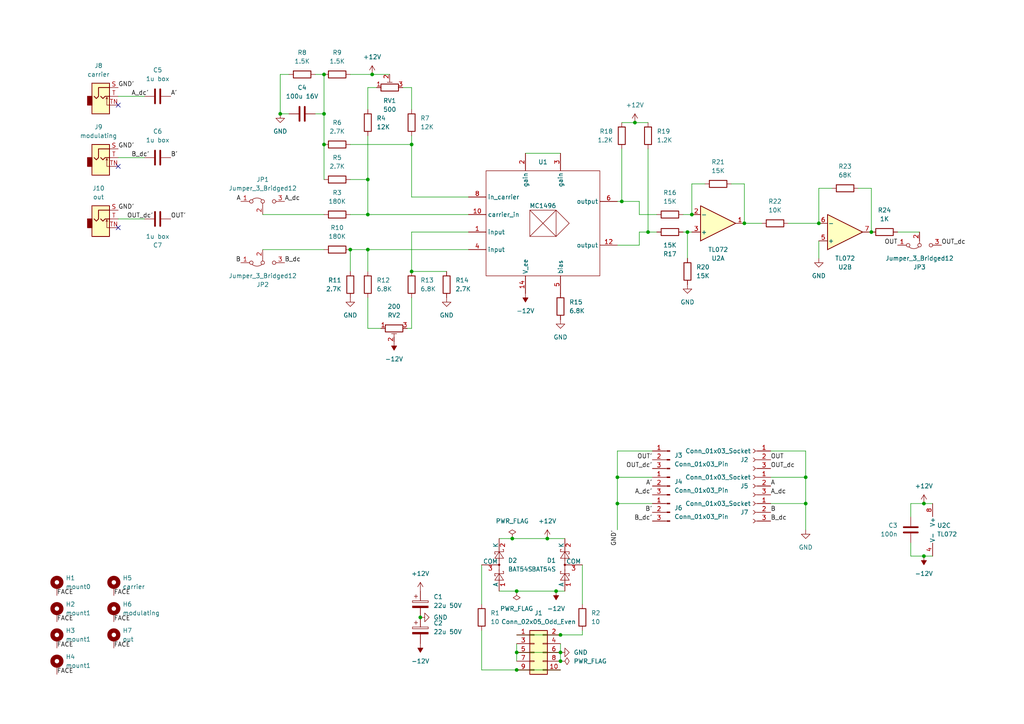
<source format=kicad_sch>
(kicad_sch (version 20230121) (generator eeschema)
  (paper "A4")
  (lib_symbols
    (symbol "Amplifier_Operational:TL072" (pin_names (offset 0.127))
      (property "Reference" "U" (at 0 5.08 0))
      (property "Value" "TL072" (at 0 -5.08 0))
      (symbol "TL072_1_1"
        (polyline (pts (xy -5.08 5.08) (xy 5.08 0) (xy -5.08 -5.08) (xy -5.08 5.08)) (stroke (width 0.254)) (fill (type background)))
        (pin output line (at 7.62 0 180) (length 2.54) (name "~") (number "1"))
        (pin input line (at -7.62 -2.54 0) (length 2.54) (name "-") (number "2"))
        (pin input line (at -7.62 2.54 0) (length 2.54) (name "+") (number "3"))
      )
      (symbol "TL072_2_1"
        (polyline (pts (xy -5.08 5.08) (xy 5.08 0) (xy -5.08 -5.08) (xy -5.08 5.08)) (stroke (width 0.254)) (fill (type background)))
        (pin input line (at -7.62 2.54 0) (length 2.54) (name "+") (number "5"))
        (pin input line (at -7.62 -2.54 0) (length 2.54) (name "-") (number "6"))
        (pin output line (at 7.62 0 180) (length 2.54) (name "~") (number "7"))
      )
      (symbol "TL072_3_1"
        (pin power_in line (at -2.54 -7.62 90) (length 3.81) (name "V-") (number "4"))
        (pin power_in line (at -2.54 7.62 270) (length 3.81) (name "V+") (number "8"))
      )
    )
    (symbol "Connector:Conn_01x03_Pin" (pin_names (offset 1.016) hide)
      (property "Reference" "J" (at 0 5.08 0))
      (property "Value" "Conn_01x03_Pin" (at 0 -5.08 0))
      (symbol "Conn_01x03_Pin_1_1"
        (polyline (pts (xy 1.27 -2.54) (xy 0.8636 -2.54)) (stroke (width 0.1524)))
        (polyline (pts (xy 1.27 0) (xy 0.8636 0)) (stroke (width 0.1524)))
        (polyline (pts (xy 1.27 2.54) (xy 0.8636 2.54)) (stroke (width 0.1524)))
        (rectangle (start 0.8636 -2.413) (end 0 -2.667) (stroke (width 0.1524)) (fill (type outline)))
        (rectangle (start 0.8636 0.127) (end 0 -0.127) (stroke (width 0.1524)) (fill (type outline)))
        (rectangle (start 0.8636 2.667) (end 0 2.413) (stroke (width 0.1524)) (fill (type outline)))
        (pin passive line (at 5.08 2.54 180) (length 3.81) (name "Pin_1") (number "1"))
        (pin passive line (at 5.08 0 180) (length 3.81) (name "Pin_2") (number "2"))
        (pin passive line (at 5.08 -2.54 180) (length 3.81) (name "Pin_3") (number "3"))
      )
    )
    (symbol "Connector:Conn_01x03_Socket" (pin_names (offset 1.016) hide)
      (property "Reference" "J" (at 0 5.08 0))
      (property "Value" "Conn_01x03_Socket" (at 0 -5.08 0))
      (symbol "Conn_01x03_Socket_1_1"
        (arc (start 0 -2.032) (mid -0.5058 -2.54) (end 0 -3.048) (stroke (width 0.1524)))
        (polyline (pts (xy -1.27 -2.54) (xy -0.508 -2.54)) (stroke (width 0.1524)))
        (polyline (pts (xy -1.27 0) (xy -0.508 0)) (stroke (width 0.1524)))
        (polyline (pts (xy -1.27 2.54) (xy -0.508 2.54)) (stroke (width 0.1524)))
        (arc (start 0 0.508) (mid -0.5058 0) (end 0 -0.508) (stroke (width 0.1524)))
        (arc (start 0 3.048) (mid -0.5058 2.54) (end 0 2.032) (stroke (width 0.1524)))
        (pin passive line (at -5.08 2.54 0) (length 3.81) (name "Pin_1") (number "1"))
        (pin passive line (at -5.08 0 0) (length 3.81) (name "Pin_2") (number "2"))
        (pin passive line (at -5.08 -2.54 0) (length 3.81) (name "Pin_3") (number "3"))
      )
    )
    (symbol "Device:C" (pin_numbers hide) (pin_names (offset 0.254))
      (property "Reference" "C" (at 0.635 2.54 0))
      (property "Value" "C" (at 0.635 -2.54 0))
      (symbol "C_0_1"
        (polyline (pts (xy -2.032 -0.762) (xy 2.032 -0.762)) (stroke (width 0.508)))
        (polyline (pts (xy -2.032 0.762) (xy 2.032 0.762)) (stroke (width 0.508)))
      )
      (symbol "C_1_1"
        (pin passive line (at 0 3.81 270) (length 2.794) (name "~") (number "1"))
        (pin passive line (at 0 -3.81 90) (length 2.794) (name "~") (number "2"))
      )
    )
    (symbol "Device:C_Polarized" (pin_numbers hide) (pin_names (offset 0.254))
      (property "Reference" "C" (at 0.635 2.54 0))
      (property "Value" "C_Polarized" (at 0.635 -2.54 0))
      (symbol "C_Polarized_0_1"
        (rectangle (start -2.286 0.508) (end 2.286 1.016))
        (polyline (pts (xy -1.778 2.286) (xy -0.762 2.286)))
        (polyline (pts (xy -1.27 2.794) (xy -1.27 1.778)))
        (rectangle (start 2.286 -0.508) (end -2.286 -1.016) (fill (type outline)))
      )
      (symbol "C_Polarized_1_1"
        (pin passive line (at 0 3.81 270) (length 2.794) (name "~") (number "1"))
        (pin passive line (at 0 -3.81 90) (length 2.794) (name "~") (number "2"))
      )
    )
    (symbol "Device:R" (pin_numbers hide) (pin_names (offset 0))
      (property "Reference" "R" (at 2.032 0 90))
      (property "Value" "R" (at 0 0 90))
      (symbol "R_0_1"
        (rectangle (start -1.016 -2.54) (end 1.016 2.54) (stroke (width 0.254)))
      )
      (symbol "R_1_1"
        (pin passive line (at 0 3.81 270) (length 1.27) (name "~") (number "1"))
        (pin passive line (at 0 -3.81 90) (length 1.27) (name "~") (number "2"))
      )
    )
    (symbol "Device:R_Potentiometer_Trim" (pin_names (offset 1.016) hide)
      (property "Reference" "RV" (at -4.445 0 90))
      (property "Value" "R_Potentiometer_Trim" (at -2.54 0 90))
      (symbol "R_Potentiometer_Trim_0_1"
        (polyline (pts (xy 1.524 0.762) (xy 1.524 -0.762)))
        (polyline (pts (xy 2.54 0) (xy 1.524 0)))
        (rectangle (start 1.016 2.54) (end -1.016 -2.54) (stroke (width 0.254)))
      )
      (symbol "R_Potentiometer_Trim_1_1"
        (pin passive line (at 0 3.81 270) (length 1.27) (name "1") (number "1"))
        (pin passive line (at 3.81 0 180) (length 1.27) (name "2") (number "2"))
        (pin passive line (at 0 -3.81 90) (length 1.27) (name "3") (number "3"))
      )
    )
    (symbol "Eurorack:AudioJack2_SwitchT"
      (property "Reference" "J" (at 0 8.89 0))
      (property "Value" "AudioJack2_SwitchT" (at 0 6.35 0))
      (symbol "AudioJack2_SwitchT_0_1"
        (rectangle (start -2.54 0) (end -3.81 -2.54) (stroke (width 0.254)) (fill (type outline)))
        (rectangle (start -2.54 3.81) (end 2.54 -5.08) (stroke (width 0.254)) (fill (type background)))
        (polyline (pts (xy 1.778 -0.254) (xy 2.032 -0.762)))
        (polyline (pts (xy 0 0) (xy 0.635 -0.635) (xy 1.27 0) (xy 2.54 0)) (stroke (width 0.254)))
        (polyline (pts (xy 2.54 -2.54) (xy 1.778 -2.54) (xy 1.778 -0.254) (xy 1.524 -0.762)))
        (polyline (pts (xy 2.54 2.54) (xy -0.635 2.54) (xy -0.635 0) (xy -1.27 -0.635) (xy -1.905 0)) (stroke (width 0.254)))
      )
      (symbol "AudioJack2_SwitchT_1_1"
        (pin passive line (at 5.08 2.54 180) (length 2.54) (name "~") (number "S"))
        (pin passive line (at 5.08 0 180) (length 2.54) (name "~") (number "T"))
        (pin passive line (at 5.08 -2.54 180) (length 2.54) (name "~") (number "TN"))
      )
    )
    (symbol "Eurorack:BAT54S" (pin_names (offset 0))
      (property "Reference" "D" (at 2.54 -5.08 0))
      (property "Value" "BAT54S" (at -6.35 3.175 0))
      (symbol "BAT54S_0_1"
        (polyline (pts (xy -3.81 0) (xy -1.27 0)))
        (polyline (pts (xy -3.175 -1.27) (xy -3.175 -1.016)))
        (polyline (pts (xy -2.54 -1.27) (xy -3.175 -1.27)))
        (polyline (pts (xy -2.54 -1.27) (xy -2.54 1.27)))
        (polyline (pts (xy -2.54 1.27) (xy -1.905 1.27)))
        (polyline (pts (xy -1.905 0) (xy 1.905 0)))
        (polyline (pts (xy -1.905 1.27) (xy -1.905 1.016)))
        (polyline (pts (xy 1.27 0) (xy 3.81 0)))
        (polyline (pts (xy 3.175 -1.27) (xy 3.175 -1.016)))
        (polyline (pts (xy 3.81 -1.27) (xy 3.175 -1.27)))
        (polyline (pts (xy 3.81 -1.27) (xy 3.81 1.27)))
        (polyline (pts (xy 3.81 1.27) (xy 4.445 1.27)))
        (polyline (pts (xy 4.445 1.27) (xy 4.445 1.016)))
        (polyline (pts (xy -4.445 1.27) (xy -4.445 -1.27) (xy -2.54 0) (xy -4.445 1.27)))
        (polyline (pts (xy 1.905 1.27) (xy 1.905 -1.27) (xy 3.81 0) (xy 1.905 1.27)))
        (circle (center 0 0) (radius 0.254) (fill (type outline)))
      )
      (symbol "BAT54S_1_1"
        (pin passive line (at -7.62 0 0) (length 3.81) (name "A") (number "1"))
        (pin passive line (at 7.62 0 180) (length 3.81) (name "K") (number "2"))
        (pin passive line (at 0 -5.08 90) (length 5.08) (name "COM") (number "3"))
      )
    )
    (symbol "Eurorack:Conn_02x05_Odd_Even" (pin_names (offset 1.016) hide)
      (property "Reference" "J" (at 1.27 7.62 0))
      (property "Value" "Conn_02x05_Odd_Even" (at 1.27 -7.62 0))
      (symbol "Conn_02x05_Odd_Even_1_1"
        (rectangle (start -1.27 -4.953) (end 0 -5.207) (stroke (width 0.1524)))
        (rectangle (start -1.27 -2.413) (end 0 -2.667) (stroke (width 0.1524)))
        (rectangle (start -1.27 0.127) (end 0 -0.127) (stroke (width 0.1524)))
        (rectangle (start -1.27 2.667) (end 0 2.413) (stroke (width 0.1524)))
        (rectangle (start -1.27 5.207) (end 0 4.953) (stroke (width 0.1524)))
        (rectangle (start -1.27 6.35) (end 3.81 -6.35) (stroke (width 0.254)) (fill (type background)))
        (rectangle (start 3.81 -4.953) (end 2.54 -5.207) (stroke (width 0.1524)))
        (rectangle (start 3.81 -2.413) (end 2.54 -2.667) (stroke (width 0.1524)))
        (rectangle (start 3.81 0.127) (end 2.54 -0.127) (stroke (width 0.1524)))
        (rectangle (start 3.81 2.667) (end 2.54 2.413) (stroke (width 0.1524)))
        (rectangle (start 3.81 5.207) (end 2.54 4.953) (stroke (width 0.1524)))
        (pin passive line (at -5.08 5.08 0) (length 3.81) (name "Pin_1") (number "1"))
        (pin passive line (at 7.62 -5.08 180) (length 3.81) (name "Pin_10") (number "10"))
        (pin passive line (at 7.62 5.08 180) (length 3.81) (name "Pin_2") (number "2"))
        (pin passive line (at -5.08 2.54 0) (length 3.81) (name "Pin_3") (number "3"))
        (pin passive line (at 7.62 2.54 180) (length 3.81) (name "Pin_4") (number "4"))
        (pin passive line (at -5.08 0 0) (length 3.81) (name "Pin_5") (number "5"))
        (pin passive line (at 7.62 0 180) (length 3.81) (name "Pin_6") (number "6"))
        (pin passive line (at -5.08 -2.54 0) (length 3.81) (name "Pin_7") (number "7"))
        (pin passive line (at 7.62 -2.54 180) (length 3.81) (name "Pin_8") (number "8"))
        (pin passive line (at -5.08 -5.08 0) (length 3.81) (name "Pin_9") (number "9"))
      )
    )
    (symbol "Eurorack:MC1496"
      (property "Reference" "U" (at 0 8.89 0))
      (property "Value" "MC1496" (at 0 6.35 0))
      (symbol "MC1496_0_1"
        (rectangle (start -16.51 15.24) (end 16.51 -15.24))
        (rectangle (start -3.81 3.81) (end 3.81 -3.81))
        (polyline (pts (xy -3.81 3.81) (xy 3.81 -3.81)))
        (polyline (pts (xy 3.81 -3.81) (xy 7.62 0)))
        (polyline (pts (xy 3.81 3.81) (xy -3.81 -3.81)))
        (polyline (pts (xy 3.81 3.81) (xy 7.62 0)))
      )
      (symbol "MC1496_1_1"
        (pin input line (at -21.59 -2.54 0) (length 5.08) (name "input") (number "1"))
        (pin input line (at -21.59 2.54 0) (length 5.08) (name "carrier_in") (number "10"))
        (pin no_connect line (at 0 -15.24 90) (length 5.08) hide (name "n/c") (number "11"))
        (pin output line (at 21.59 -6.35 180) (length 5.08) (name "output") (number "12"))
        (pin no_connect line (at 0 -15.24 90) (length 5.08) hide (name "n/c") (number "13"))
        (pin power_in line (at -5.08 -20.32 90) (length 5.08) (name "V_ee") (number "14"))
        (pin input line (at -5.08 20.32 270) (length 5.08) (name "gain") (number "2"))
        (pin input line (at 5.08 20.32 270) (length 5.08) (name "gain") (number "3"))
        (pin input line (at -21.59 -7.62 0) (length 5.08) (name "input") (number "4"))
        (pin input line (at 5.08 -20.32 90) (length 5.08) (name "bias") (number "5"))
        (pin output line (at 21.59 6.35 180) (length 5.08) (name "output") (number "6"))
        (pin no_connect line (at 0 -15.24 90) (length 5.08) hide (name "n/c") (number "7"))
        (pin input line (at -21.59 7.62 0) (length 5.08) (name "in_carrier") (number "8"))
        (pin no_connect line (at 0 -15.24 90) (length 5.08) hide (name "n/c") (number "9"))
      )
    )
    (symbol "Eurorack:MountingHole_Pad_Output" (pin_numbers hide) (pin_names (offset 1.016) hide) (in_bom no)
      (property "Reference" "H" (at 0 6.35 0))
      (property "Value" "MountingHole_Pad_Output" (at 0 4.445 0))
      (symbol "MountingHole_Pad_Output_0_1"
        (circle (center 0 1.27) (radius 1.27) (stroke (width 1.27)))
      )
      (symbol "MountingHole_Pad_Output_1_1"
        (pin output line (at 0 -2.54 90) (length 2.54) (name "1") (number "1"))
      )
    )
    (symbol "Jumper:Jumper_3_Bridged12" (pin_names (offset 0) hide)
      (property "Reference" "JP" (at -2.54 -2.54 0))
      (property "Value" "Jumper_3_Bridged12" (at 0 2.794 0))
      (symbol "Jumper_3_Bridged12_0_0"
        (circle (center -3.302 0) (radius 0.508))
        (circle (center 0 0) (radius 0.508))
        (circle (center 3.302 0) (radius 0.508))
      )
      (symbol "Jumper_3_Bridged12_0_1"
        (arc (start -0.254 0.508) (mid -1.651 0.9912) (end -3.048 0.508))
        (polyline (pts (xy 0 -1.27) (xy 0 -0.508)))
      )
      (symbol "Jumper_3_Bridged12_1_1"
        (pin passive line (at -6.35 0 0) (length 2.54) (name "A") (number "1"))
        (pin passive line (at 0 -3.81 90) (length 2.54) (name "C") (number "2"))
        (pin passive line (at 6.35 0 180) (length 2.54) (name "B") (number "3"))
      )
    )
    (symbol "Mechanical:MountingHole_Pad" (pin_numbers hide) (pin_names (offset 1.016) hide)
      (property "Reference" "H" (at 0 6.35 0))
      (property "Value" "MountingHole_Pad" (at 0 4.445 0))
      (symbol "MountingHole_Pad_0_1"
        (circle (center 0 1.27) (radius 1.27) (stroke (width 1.27)))
      )
      (symbol "MountingHole_Pad_1_1"
        (pin input line (at 0 -2.54 90) (length 2.54) (name "1") (number "1"))
      )
    )
    (symbol "power:+12V" (power) (pin_names (offset 0))
      (property "Value" "+12V" (at 0 3.556 0))
      (symbol "+12V_0_1"
        (polyline (pts (xy -0.762 1.27) (xy 0 2.54)))
        (polyline (pts (xy 0 0) (xy 0 2.54)))
        (polyline (pts (xy 0 2.54) (xy 0.762 1.27)))
      )
      (symbol "+12V_1_1"
        (pin power_in line (at 0 0 90) (length 0) hide (name "+12V") (number "1"))
      )
    )
    (symbol "power:-12V" (power) (pin_names (offset 0))
      (property "Value" "-12V" (at 0 3.81 0))
      (symbol "-12V_0_0"
        (pin power_in line (at 0 0 90) (length 0) hide (name "-12V") (number "1"))
      )
      (symbol "-12V_0_1"
        (polyline (pts (xy 0 0) (xy 0 1.27) (xy 0.762 1.27) (xy 0 2.54) (xy -0.762 1.27) (xy 0 1.27)) (fill (type outline)))
      )
    )
    (symbol "power:GND" (power) (pin_names (offset 0))
      (property "Value" "GND" (at 0 -3.81 0))
      (symbol "GND_0_1"
        (polyline (pts (xy 0 0) (xy 0 -1.27) (xy 1.27 -1.27) (xy 0 -2.54) (xy -1.27 -1.27) (xy 0 -1.27)))
      )
      (symbol "GND_1_1"
        (pin power_in line (at 0 0 270) (length 0) hide (name "GND") (number "1"))
      )
    )
    (symbol "power:PWR_FLAG" (power) (pin_numbers hide) (pin_names (offset 0) hide)
      (property "Value" "PWR_FLAG" (at 0 3.81 0))
      (symbol "PWR_FLAG_0_0"
        (pin power_out line (at 0 0 90) (length 0) (name "pwr") (number "1"))
      )
      (symbol "PWR_FLAG_0_1"
        (polyline (pts (xy 0 0) (xy 0 1.27) (xy -1.016 1.905) (xy 0 2.54) (xy 1.016 1.905) (xy 0 1.27)))
      )
    )
  )
  (junction (at 149.86 171.45))
  (junction (at 93.98 21.59))
  (junction (at 267.97 146.05))
  (junction (at 200.66 62.23))
  (junction (at 237.49 64.77))
  (junction (at 93.98 33.02))
  (junction (at 149.86 194.31))
  (junction (at 180.34 58.42))
  (junction (at 148.59 156.21))
  (junction (at 187.96 67.31))
  (junction (at 101.6 72.39))
  (junction (at 119.38 78.74))
  (junction (at 106.68 52.07))
  (junction (at 93.98 41.91))
  (junction (at 233.68 146.05))
  (junction (at 162.56 191.77))
  (junction (at 149.86 189.23))
  (junction (at 107.95 21.59))
  (junction (at 81.28 33.02))
  (junction (at 161.29 171.45))
  (junction (at 121.92 179.07))
  (junction (at 106.68 62.23))
  (junction (at 106.68 72.39))
  (junction (at 233.68 138.43))
  (junction (at 199.39 67.31))
  (junction (at 158.75 156.21))
  (junction (at 179.07 146.05))
  (junction (at 267.97 161.29))
  (junction (at 215.9 64.77))
  (junction (at 119.38 41.91))
  (junction (at 184.15 35.56))
  (junction (at 179.07 138.43))
  (junction (at 162.56 184.15))
  (junction (at 162.56 189.23))
  (junction (at 252.73 67.31))
  (no_connect (at 34.29 48.26))
  (no_connect (at 34.29 66.04))
  (no_connect (at 34.29 30.48))
  (wire (pts (xy 233.68 130.81) (xy 233.68 138.43)))
  (wire (pts (xy 76.2 72.39) (xy 93.98 72.39)))
  (wire (pts (xy 41.91 63.5) (xy 34.29 63.5)))
  (wire (pts (xy 81.28 21.59) (xy 81.28 33.02)))
  (wire (pts (xy 144.78 156.21) (xy 148.59 156.21)))
  (wire (pts (xy 233.68 146.05) (xy 233.68 153.67)))
  (wire (pts (xy 185.42 67.31) (xy 185.42 71.12)))
  (wire (pts (xy 148.59 156.21) (xy 158.75 156.21)))
  (wire (pts (xy 119.38 25.4) (xy 119.38 31.75)))
  (wire (pts (xy 101.6 52.07) (xy 106.68 52.07)))
  (wire (pts (xy 168.91 184.15) (xy 168.91 182.88)))
  (wire (pts (xy 91.44 33.02) (xy 93.98 33.02)))
  (wire (pts (xy 149.86 189.23) (xy 162.56 189.23)))
  (wire (pts (xy 119.38 57.15) (xy 135.89 57.15)))
  (wire (pts (xy 101.6 62.23) (xy 106.68 62.23)))
  (wire (pts (xy 179.07 130.81) (xy 179.07 138.43)))
  (wire (pts (xy 179.07 146.05) (xy 189.23 146.05)))
  (wire (pts (xy 119.38 95.25) (xy 119.38 86.36)))
  (wire (pts (xy 190.5 62.23) (xy 185.42 62.23)))
  (wire (pts (xy 144.78 171.45) (xy 149.86 171.45)))
  (wire (pts (xy 264.16 146.05) (xy 267.97 146.05)))
  (wire (pts (xy 76.2 62.23) (xy 93.98 62.23)))
  (wire (pts (xy 149.86 186.69) (xy 149.86 189.23)))
  (wire (pts (xy 118.11 95.25) (xy 119.38 95.25)))
  (wire (pts (xy 109.22 25.4) (xy 106.68 25.4)))
  (wire (pts (xy 106.68 72.39) (xy 135.89 72.39)))
  (wire (pts (xy 185.42 58.42) (xy 180.34 58.42)))
  (wire (pts (xy 223.52 138.43) (xy 233.68 138.43)))
  (wire (pts (xy 116.84 25.4) (xy 119.38 25.4)))
  (wire (pts (xy 119.38 78.74) (xy 129.54 78.74)))
  (wire (pts (xy 223.52 130.81) (xy 233.68 130.81)))
  (wire (pts (xy 233.68 138.43) (xy 233.68 146.05)))
  (wire (pts (xy 93.98 41.91) (xy 93.98 52.07)))
  (wire (pts (xy 106.68 39.37) (xy 106.68 52.07)))
  (wire (pts (xy 110.49 95.25) (xy 106.68 95.25)))
  (wire (pts (xy 204.47 53.34) (xy 200.66 53.34)))
  (wire (pts (xy 237.49 54.61) (xy 237.49 64.77)))
  (wire (pts (xy 223.52 146.05) (xy 233.68 146.05)))
  (wire (pts (xy 101.6 41.91) (xy 119.38 41.91)))
  (wire (pts (xy 212.09 53.34) (xy 215.9 53.34)))
  (wire (pts (xy 199.39 74.93) (xy 199.39 67.31)))
  (wire (pts (xy 260.35 67.31) (xy 266.7 67.31)))
  (wire (pts (xy 119.38 39.37) (xy 119.38 41.91)))
  (wire (pts (xy 162.56 189.23) (xy 162.56 191.77)))
  (wire (pts (xy 215.9 53.34) (xy 215.9 64.77)))
  (wire (pts (xy 149.86 184.15) (xy 162.56 184.15)))
  (wire (pts (xy 41.91 27.94) (xy 34.29 27.94)))
  (wire (pts (xy 152.4 44.45) (xy 162.56 44.45)))
  (wire (pts (xy 41.91 45.72) (xy 34.29 45.72)))
  (wire (pts (xy 199.39 67.31) (xy 198.12 67.31)))
  (wire (pts (xy 187.96 67.31) (xy 185.42 67.31)))
  (wire (pts (xy 149.86 171.45) (xy 161.29 171.45)))
  (wire (pts (xy 264.16 157.48) (xy 264.16 161.29)))
  (wire (pts (xy 106.68 52.07) (xy 106.68 62.23)))
  (wire (pts (xy 190.5 67.31) (xy 187.96 67.31)))
  (wire (pts (xy 264.16 149.86) (xy 264.16 146.05)))
  (wire (pts (xy 200.66 53.34) (xy 200.66 62.23)))
  (wire (pts (xy 237.49 69.85) (xy 237.49 74.93)))
  (wire (pts (xy 119.38 67.31) (xy 119.38 78.74)))
  (wire (pts (xy 162.56 186.69) (xy 162.56 189.23)))
  (wire (pts (xy 161.29 171.45) (xy 163.83 171.45)))
  (wire (pts (xy 267.97 146.05) (xy 270.51 146.05)))
  (wire (pts (xy 83.82 21.59) (xy 81.28 21.59)))
  (wire (pts (xy 241.3 54.61) (xy 237.49 54.61)))
  (wire (pts (xy 106.68 95.25) (xy 106.68 86.36)))
  (wire (pts (xy 180.34 35.56) (xy 184.15 35.56)))
  (wire (pts (xy 139.7 194.31) (xy 139.7 182.88)))
  (wire (pts (xy 106.68 25.4) (xy 106.68 31.75)))
  (wire (pts (xy 248.92 54.61) (xy 252.73 54.61)))
  (wire (pts (xy 93.98 33.02) (xy 93.98 41.91)))
  (wire (pts (xy 252.73 54.61) (xy 252.73 67.31)))
  (wire (pts (xy 162.56 184.15) (xy 168.91 184.15)))
  (wire (pts (xy 149.86 194.31) (xy 139.7 194.31)))
  (wire (pts (xy 135.89 67.31) (xy 119.38 67.31)))
  (wire (pts (xy 139.7 163.83) (xy 139.7 175.26)))
  (wire (pts (xy 179.07 71.12) (xy 185.42 71.12)))
  (wire (pts (xy 101.6 72.39) (xy 101.6 78.74)))
  (wire (pts (xy 179.07 138.43) (xy 189.23 138.43)))
  (wire (pts (xy 106.68 62.23) (xy 135.89 62.23)))
  (wire (pts (xy 119.38 41.91) (xy 119.38 57.15)))
  (wire (pts (xy 184.15 35.56) (xy 187.96 35.56)))
  (wire (pts (xy 101.6 21.59) (xy 107.95 21.59)))
  (wire (pts (xy 220.98 64.77) (xy 215.9 64.77)))
  (wire (pts (xy 93.98 21.59) (xy 93.98 33.02)))
  (wire (pts (xy 179.07 146.05) (xy 179.07 153.67)))
  (wire (pts (xy 162.56 194.31) (xy 149.86 194.31)))
  (wire (pts (xy 91.44 21.59) (xy 93.98 21.59)))
  (wire (pts (xy 180.34 43.18) (xy 180.34 58.42)))
  (wire (pts (xy 264.16 161.29) (xy 267.97 161.29)))
  (wire (pts (xy 101.6 72.39) (xy 106.68 72.39)))
  (wire (pts (xy 179.07 138.43) (xy 179.07 146.05)))
  (wire (pts (xy 200.66 62.23) (xy 198.12 62.23)))
  (wire (pts (xy 149.86 189.23) (xy 149.86 191.77)))
  (wire (pts (xy 81.28 33.02) (xy 83.82 33.02)))
  (wire (pts (xy 187.96 43.18) (xy 187.96 67.31)))
  (wire (pts (xy 168.91 163.83) (xy 168.91 175.26)))
  (wire (pts (xy 158.75 156.21) (xy 163.83 156.21)))
  (wire (pts (xy 107.95 21.59) (xy 113.03 21.59)))
  (wire (pts (xy 189.23 130.81) (xy 179.07 130.81)))
  (wire (pts (xy 267.97 161.29) (xy 270.51 161.29)))
  (wire (pts (xy 200.66 67.31) (xy 199.39 67.31)))
  (wire (pts (xy 106.68 72.39) (xy 106.68 78.74)))
  (wire (pts (xy 180.34 58.42) (xy 179.07 58.42)))
  (wire (pts (xy 185.42 62.23) (xy 185.42 58.42)))
  (wire (pts (xy 228.6 64.77) (xy 237.49 64.77)))
  (label "FACE" (at 33.02 172.72 0))
  (label "A'" (at 49.53 27.94 0))
  (label "B_dc" (at 223.52 151.13 0))
  (label "FACE" (at 16.51 195.58 0))
  (label "OUT_dc" (at 273.05 71.12 0))
  (label "OUT" (at 223.52 133.35 0))
  (label "OUT'" (at 189.23 133.35 180))
  (label "FACE" (at 33.02 180.34 0))
  (label "OUT" (at 260.35 71.12 180))
  (label "OUT_dc'" (at 189.23 135.89 180))
  (label "A" (at 223.52 140.97 0))
  (label "GND'" (at 34.29 60.96 0))
  (label "GND'" (at 179.07 153.67 270))
  (label "OUT'" (at 49.53 63.5 0))
  (label "GND'" (at 34.29 43.18 0))
  (label "OUT_dc'" (at 36.83 63.5 0))
  (label "A_dc'" (at 38.1 27.94 0))
  (label "FACE" (at 16.51 172.72 0))
  (label "B_dc'" (at 38.1 45.72 0))
  (label "FACE" (at 16.51 187.96 0))
  (label "A_dc" (at 223.52 143.51 0))
  (label "A_dc'" (at 189.23 143.51 180))
  (label "OUT_dc" (at 223.52 135.89 0))
  (label "B_dc'" (at 189.23 151.13 180))
  (label "A'" (at 189.23 140.97 180))
  (label "B'" (at 49.53 45.72 0))
  (label "A_dc" (at 82.55 58.42 0))
  (label "B" (at 69.85 76.2 180))
  (label "GND'" (at 34.29 25.4 0))
  (label "B" (at 223.52 148.59 0))
  (label "B'" (at 189.23 148.59 180))
  (label "FACE" (at 16.51 180.34 0))
  (label "B_dc" (at 82.55 76.2 0))
  (label "FACE" (at 33.02 187.96 0))
  (label "A" (at 69.85 58.42 180))
  (symbol (lib_id "power:-12V") (at 161.29 171.45 180) (unit 1)
    (property "Reference" "#PWR05" (effects hide))
    (property "Value" "-12V" (at 161.29 176.53 0))
  )
  (symbol (lib_id "power:GND") (at 233.68 153.67 0) (unit 1)
    (property "Reference" "#PWR07" (effects hide))
    (property "Value" "GND" (at 233.68 158.75 0))
  )
  (symbol (lib_id "Device:R") (at 224.79 64.77 90) (unit 1)
    (property "Reference" "R22" (at 224.79 58.42 90))
    (property "Value" "10K" (at 224.79 60.96 90))
    (property "Footprint" "Resistor_SMD:R_0805_2012Metric" (effects hide))
  )
  (symbol (lib_id "power:+12V") (at 267.97 146.05 0) (unit 1)
    (property "Reference" "#PWR010" (effects hide))
    (property "Value" "+12V" (at 267.97 140.97 0))
  )
  (symbol (lib_id "Amplifier_Operational:TL072") (at 245.11 67.31 0) (mirror x) (unit 2)
    (property "Reference" "U2" (at 245.11 77.47 0))
    (property "Value" "TL072" (at 245.11 74.93 0))
    (property "Footprint" "Package_SO:SOIC-8_3.9x4.9mm_P1.27mm" (effects hide))
    (property "Datasheet" "http://www.ti.com/lit/ds/symlink/tl071.pdf" (effects hide))
  )
  (symbol (lib_id "Device:R") (at 97.79 72.39 90) (unit 1)
    (property "Reference" "R10" (at 97.79 66.04 90))
    (property "Value" "180K" (at 97.79 68.58 90))
    (property "Footprint" "Resistor_SMD:R_0805_2012Metric" (effects hide))
  )
  (symbol (lib_id "power:GND") (at 199.39 82.55 0) (unit 1)
    (property "Reference" "#PWR020" (effects hide))
    (property "Value" "GND" (at 199.39 87.63 0))
  )
  (symbol (lib_id "Device:R_Potentiometer_Trim") (at 114.3 95.25 90) (mirror x) (unit 1)
    (property "Reference" "RV2" (at 114.3 91.44 90))
    (property "Value" "200" (at 114.3 88.9 90))
    (property "Footprint" "Potentiometer_THT:Potentiometer_Bourns_3296W_Vertical" (effects hide))
  )
  (symbol (lib_id "power:GND") (at 162.56 92.71 0) (unit 1)
    (property "Reference" "#PWR017" (effects hide))
    (property "Value" "GND" (at 162.56 97.79 0))
  )
  (symbol (lib_id "Device:R") (at 194.31 62.23 270) (unit 1)
    (property "Reference" "R16" (at 194.31 55.88 90))
    (property "Value" "15K" (at 194.31 58.42 90))
    (property "Footprint" "Resistor_SMD:R_0805_2012Metric" (effects hide))
  )
  (symbol (lib_id "power:-12V") (at 267.97 161.29 180) (unit 1)
    (property "Reference" "#PWR011" (effects hide))
    (property "Value" "-12V" (at 267.97 166.37 0))
  )
  (symbol (lib_id "Eurorack:AudioJack2_SwitchT") (at 29.21 27.94 0) (unit 1)
    (property "Reference" "J8" (at 28.575 19.05 0))
    (property "Value" "carrier" (at 28.575 21.59 0))
    (property "Footprint" "Eurorack:AudioJack2_Tayda_A-2566" (effects hide))
    (property "Vendor" "Tayda" (effects hide))
    (property "PartNum" "A-2566" (effects hide))
  )
  (symbol (lib_id "Device:R") (at 106.68 82.55 180) (unit 1)
    (property "Reference" "R12" (at 109.22 81.28 0) (effects (justify right)))
    (property "Value" "6.8K" (at 109.22 83.82 0) (effects (justify right)))
    (property "Footprint" "Resistor_SMD:R_0805_2012Metric" (effects hide))
  )
  (symbol (lib_id "Device:R") (at 97.79 21.59 270) (unit 1)
    (property "Reference" "R9" (at 97.79 15.24 90))
    (property "Value" "1.5K" (at 97.79 17.78 90))
    (property "Footprint" "Resistor_SMD:R_0805_2012Metric" (effects hide))
  )
  (symbol (lib_id "Jumper:Jumper_3_Bridged12") (at 266.7 71.12 0) (mirror x) (unit 1)
    (property "Reference" "JP3" (at 266.7 77.47 0))
    (property "Value" "Jumper_3_Bridged12" (at 266.7 74.93 0))
    (property "Footprint" "Connector_PinHeader_2.54mm:PinHeader_1x03_P2.54mm_Vertical" (effects hide))
  )
  (symbol (lib_id "power:+12V") (at 184.15 35.56 0) (unit 1)
    (property "Reference" "#PWR018" (effects hide))
    (property "Value" "+12V" (at 184.15 30.48 0))
  )
  (symbol (lib_id "Device:C") (at 87.63 33.02 90) (unit 1)
    (property "Reference" "C4" (at 87.63 25.4 90))
    (property "Value" "100u 16V" (at 87.63 27.94 90))
    (property "Footprint" "Capacitor_THT:CP_Radial_D5.0mm_P2.50mm" (effects hide))
  )
  (symbol (lib_id "power:GND") (at 81.28 33.02 0) (unit 1)
    (property "Reference" "#PWR012" (effects hide))
    (property "Value" "GND" (at 81.28 38.1 0))
  )
  (symbol (lib_id "Eurorack:AudioJack2_SwitchT") (at 29.21 45.72 0) (unit 1)
    (property "Reference" "J9" (at 28.575 36.83 0))
    (property "Value" "modulating" (at 28.575 39.37 0))
    (property "Footprint" "Eurorack:AudioJack2_Tayda_A-2566" (effects hide))
    (property "Vendor" "Tayda" (effects hide))
    (property "PartNum" "A-2566" (effects hide))
  )
  (symbol (lib_id "Device:R") (at 101.6 82.55 0) (mirror x) (unit 1)
    (property "Reference" "R11" (at 99.06 81.28 0) (effects (justify right)))
    (property "Value" "2.7K" (at 99.06 83.82 0) (effects (justify right)))
    (property "Footprint" "Resistor_SMD:R_0805_2012Metric" (effects hide))
  )
  (symbol (lib_id "Device:R") (at 87.63 21.59 270) (unit 1)
    (property "Reference" "R8" (at 87.63 15.24 90))
    (property "Value" "1.5K" (at 87.63 17.78 90))
    (property "Footprint" "Resistor_SMD:R_0805_2012Metric" (effects hide))
  )
  (symbol (lib_id "Connector:Conn_01x03_Socket") (at 218.44 140.97 0) (mirror y) (unit 1)
    (property "Reference" "J5" (at 215.9 140.97 0))
    (property "Value" "Conn_01x03_Socket" (at 208.28 138.43 0))
    (property "Footprint" "Connector_PinSocket_2.54mm:PinSocket_1x03_P2.54mm_Vertical" (effects hide))
  )
  (symbol (lib_id "Connector:Conn_01x03_Socket") (at 218.44 148.59 0) (mirror y) (unit 1)
    (property "Reference" "J7" (at 215.9 148.59 0))
    (property "Value" "Conn_01x03_Socket" (at 208.28 146.05 0))
    (property "Footprint" "Connector_PinSocket_2.54mm:PinSocket_1x03_P2.54mm_Vertical" (effects hide))
  )
  (symbol (lib_id "Device:R") (at 187.96 39.37 0) (unit 1)
    (property "Reference" "R19" (at 190.5 38.1 0) (effects (justify left)))
    (property "Value" "1.2K" (at 190.5 40.64 0) (effects (justify left)))
    (property "Footprint" "Resistor_SMD:R_0805_2012Metric" (effects hide))
  )
  (symbol (lib_id "Eurorack:MountingHole_Pad_Output") (at 16.51 170.18 0) (unit 1) (in_bom no)
    (property "Reference" "H1" (at 19.05 167.64 0) (effects (justify left)))
    (property "Value" "mount0" (at 19.05 170.18 0) (effects (justify left)))
    (property "Footprint" "Eurorack:Mech-MountingHole" (effects hide))
  )
  (symbol (lib_id "Device:R") (at 256.54 67.31 90) (unit 1)
    (property "Reference" "R24" (at 256.54 60.96 90))
    (property "Value" "1K" (at 256.54 63.5 90))
    (property "Footprint" "Resistor_SMD:R_0805_2012Metric" (effects hide))
  )
  (symbol (lib_id "Connector:Conn_01x03_Pin") (at 194.31 148.59 0) (mirror y) (unit 1)
    (property "Reference" "J6" (at 195.58 147.32 0) (effects (justify right)))
    (property "Value" "Conn_01x03_Pin" (at 195.58 149.86 0) (effects (justify right)))
    (property "Footprint" "Connector_PinHeader_2.54mm:PinHeader_1x03_P2.54mm_Vertical" (effects hide))
  )
  (symbol (lib_id "Eurorack:BAT54S") (at 163.83 163.83 90) (unit 1)
    (property "Reference" "D1" (at 161.29 162.56 90) (effects (justify left)))
    (property "Value" "BAT54S" (at 161.29 165.1 90) (effects (justify left)))
    (property "Footprint" "Package_TO_SOT_SMD:SOT-23" (effects hide))
    (property "Datasheet" "https://www.diodes.com/assets/Datasheets/ds11005.pdf" (effects hide))
    (property "Vendor" "Mouser" (effects hide))
    (property "PartNum" "863-BAT54SLT1G" (effects hide))
  )
  (symbol (lib_id "Mechanical:MountingHole_Pad") (at 33.02 185.42 0) (unit 1) (in_bom no)
    (property "Reference" "H7" (at 35.56 182.88 0) (effects (justify left)))
    (property "Value" "out" (at 35.56 185.42 0) (effects (justify left)))
    (property "Footprint" "Eurorack:Mech-AudioJack-Hole-Output" (effects hide))
  )
  (symbol (lib_id "Device:C") (at 45.72 27.94 270) (mirror x) (unit 1)
    (property "Reference" "C5" (at 45.72 20.32 90))
    (property "Value" "1u box" (at 45.72 22.86 90))
    (property "Footprint" "Capacitor_THT:C_Rect_L7.2mm_W7.2mm_P5.00mm_FKS2_FKP2_MKS2_MKP2" (effects hide))
  )
  (symbol (lib_id "Device:R") (at 97.79 62.23 90) (unit 1)
    (property "Reference" "R3" (at 97.79 55.88 90))
    (property "Value" "180K" (at 97.79 58.42 90))
    (property "Footprint" "Resistor_SMD:R_0805_2012Metric" (effects hide))
  )
  (symbol (lib_id "Device:R") (at 168.91 179.07 0) (unit 1)
    (property "Reference" "R2" (at 171.45 177.8 0) (effects (justify left)))
    (property "Value" "10" (at 171.45 180.34 0) (effects (justify left)))
    (property "Footprint" "Resistor_SMD:R_0805_2012Metric" (effects hide))
  )
  (symbol (lib_id "Connector:Conn_01x03_Pin") (at 194.31 133.35 0) (mirror y) (unit 1)
    (property "Reference" "J3" (at 195.58 132.08 0) (effects (justify right)))
    (property "Value" "Conn_01x03_Pin" (at 195.58 134.62 0) (effects (justify right)))
    (property "Footprint" "Connector_PinHeader_2.54mm:PinHeader_1x03_P2.54mm_Vertical" (effects hide))
  )
  (symbol (lib_id "Eurorack:BAT54S") (at 144.78 163.83 270) (mirror x) (unit 1)
    (property "Reference" "D2" (at 147.32 162.56 90) (effects (justify left)))
    (property "Value" "BAT54S" (at 147.32 165.1 90) (effects (justify left)))
    (property "Footprint" "Package_TO_SOT_SMD:SOT-23" (effects hide))
    (property "Datasheet" "https://www.diodes.com/assets/Datasheets/ds11005.pdf" (effects hide))
    (property "Vendor" "Mouser" (effects hide))
    (property "PartNum" "863-BAT54SLT1G" (effects hide))
  )
  (symbol (lib_id "Mechanical:MountingHole_Pad") (at 16.51 185.42 0) (unit 1) (in_bom no)
    (property "Reference" "H3" (at 19.05 182.88 0) (effects (justify left)))
    (property "Value" "mount1" (at 19.05 185.42 0) (effects (justify left)))
    (property "Footprint" "Eurorack:Mech-MountingHole" (effects hide))
  )
  (symbol (lib_id "power:PWR_FLAG") (at 148.59 156.21 0) (unit 1)
    (property "Reference" "#FLG03" (effects hide))
    (property "Value" "PWR_FLAG" (at 148.59 151.13 0))
  )
  (symbol (lib_id "power:GND") (at 129.54 86.36 0) (unit 1)
    (property "Reference" "#PWR013" (effects hide))
    (property "Value" "GND" (at 129.54 91.44 0))
  )
  (symbol (lib_id "Mechanical:MountingHole_Pad") (at 33.02 177.8 0) (unit 1) (in_bom no)
    (property "Reference" "H6" (at 35.56 175.26 0) (effects (justify left)))
    (property "Value" "modulating" (at 35.56 177.8 0) (effects (justify left)))
    (property "Footprint" "Eurorack:Mech-AudioJack-Hole-Input" (effects hide))
  )
  (symbol (lib_id "Device:R") (at 245.11 54.61 90) (unit 1)
    (property "Reference" "R23" (at 245.11 48.26 90))
    (property "Value" "68K" (at 245.11 50.8 90))
    (property "Footprint" "Resistor_SMD:R_0805_2012Metric" (effects hide))
  )
  (symbol (lib_id "power:PWR_FLAG") (at 162.56 191.77 270) (unit 1)
    (property "Reference" "#FLG01" (effects hide))
    (property "Value" "PWR_FLAG" (at 166.37 191.77 90) (effects (justify left)))
  )
  (symbol (lib_id "Device:R") (at 97.79 41.91 270) (unit 1)
    (property "Reference" "R6" (at 97.79 35.56 90))
    (property "Value" "2.7K" (at 97.79 38.1 90))
    (property "Footprint" "Resistor_SMD:R_0805_2012Metric" (effects hide))
  )
  (symbol (lib_id "power:GND") (at 101.6 86.36 0) (unit 1)
    (property "Reference" "#PWR014" (effects hide))
    (property "Value" "GND" (at 101.6 91.44 0))
  )
  (symbol (lib_id "Device:R") (at 208.28 53.34 90) (unit 1)
    (property "Reference" "R21" (at 208.28 46.99 90))
    (property "Value" "15K" (at 208.28 49.53 90))
    (property "Footprint" "Resistor_SMD:R_0805_2012Metric" (effects hide))
  )
  (symbol (lib_id "Jumper:Jumper_3_Bridged12") (at 76.2 58.42 0) (unit 1)
    (property "Reference" "JP1" (at 76.2 52.07 0))
    (property "Value" "Jumper_3_Bridged12" (at 76.2 54.61 0))
    (property "Footprint" "Connector_PinHeader_2.54mm:PinHeader_1x03_P2.54mm_Vertical" (effects hide))
  )
  (symbol (lib_id "Device:R") (at 106.68 35.56 180) (unit 1)
    (property "Reference" "R4" (at 109.22 34.29 0) (effects (justify right)))
    (property "Value" "12K" (at 109.22 36.83 0) (effects (justify right)))
    (property "Footprint" "Resistor_SMD:R_0805_2012Metric" (effects hide))
  )
  (symbol (lib_id "power:GND") (at 121.92 179.07 90) (unit 1)
    (property "Reference" "#PWR02" (effects hide))
    (property "Value" "GND" (at 125.73 179.07 90) (effects (justify right)))
  )
  (symbol (lib_id "Device:C") (at 45.72 45.72 270) (mirror x) (unit 1)
    (property "Reference" "C6" (at 45.72 38.1 90))
    (property "Value" "1u box" (at 45.72 40.64 90))
    (property "Footprint" "Capacitor_THT:C_Rect_L7.2mm_W7.2mm_P5.00mm_FKS2_FKP2_MKS2_MKP2" (effects hide))
  )
  (symbol (lib_id "Jumper:Jumper_3_Bridged12") (at 76.2 76.2 0) (mirror x) (unit 1)
    (property "Reference" "JP2" (at 76.2 82.55 0))
    (property "Value" "Jumper_3_Bridged12" (at 76.2 80.01 0))
    (property "Footprint" "Connector_PinHeader_2.54mm:PinHeader_1x03_P2.54mm_Vertical" (effects hide))
  )
  (symbol (lib_id "power:PWR_FLAG") (at 149.86 171.45 180) (unit 1)
    (property "Reference" "#FLG02" (effects hide))
    (property "Value" "PWR_FLAG" (at 149.86 176.53 0))
  )
  (symbol (lib_id "Mechanical:MountingHole_Pad") (at 16.51 193.04 0) (unit 1) (in_bom no)
    (property "Reference" "H4" (at 19.05 190.5 0) (effects (justify left)))
    (property "Value" "mount1" (at 19.05 193.04 0) (effects (justify left)))
    (property "Footprint" "Eurorack:Mech-MountingHole" (effects hide))
  )
  (symbol (lib_id "Device:C_Polarized") (at 121.92 182.88 0) (unit 1)
    (property "Reference" "C2" (at 125.73 180.721 0) (effects (justify left)))
    (property "Value" "22u 50V" (at 125.73 183.261 0) (effects (justify left)))
    (property "Footprint" "Capacitor_THT:CP_Radial_D5.0mm_P2.50mm" (effects hide))
  )
  (symbol (lib_id "Eurorack:Conn_02x05_Odd_Even") (at 154.94 189.23 0) (unit 1)
    (property "Reference" "J1" (at 156.21 177.8 0))
    (property "Value" "Conn_02x05_Odd_Even" (at 156.21 180.34 0))
    (property "Footprint" "Eurorack:PinHeader_2x05_P2.54mm_Vertical" (effects hide))
    (property "Vendor" "Tayda" (effects hide))
    (property "PartNum" "A-2939" (effects hide))
  )
  (symbol (lib_id "Mechanical:MountingHole_Pad") (at 16.51 177.8 0) (unit 1) (in_bom no)
    (property "Reference" "H2" (at 19.05 175.26 0) (effects (justify left)))
    (property "Value" "mount1" (at 19.05 177.8 0) (effects (justify left)))
    (property "Footprint" "Eurorack:Mech-MountingHole" (effects hide))
  )
  (symbol (lib_id "Device:C") (at 45.72 63.5 90) (mirror x) (unit 1)
    (property "Reference" "C7" (at 45.72 71.12 90))
    (property "Value" "1u box" (at 45.72 68.58 90))
    (property "Footprint" "Capacitor_THT:C_Rect_L7.2mm_W7.2mm_P5.00mm_FKS2_FKP2_MKS2_MKP2" (effects hide))
  )
  (symbol (lib_id "power:-12V") (at 152.4 85.09 180) (unit 1)
    (property "Reference" "#PWR016" (effects hide))
    (property "Value" "-12V" (at 152.4 90.17 0))
  )
  (symbol (lib_id "Device:R") (at 119.38 82.55 180) (unit 1)
    (property "Reference" "R13" (at 121.92 81.28 0) (effects (justify right)))
    (property "Value" "6.8K" (at 121.92 83.82 0) (effects (justify right)))
    (property "Footprint" "Resistor_SMD:R_0805_2012Metric" (effects hide))
  )
  (symbol (lib_id "power:-12V") (at 121.92 186.69 180) (unit 1)
    (property "Reference" "#PWR06" (effects hide))
    (property "Value" "-12V" (at 121.92 191.77 0))
  )
  (symbol (lib_id "Device:C_Polarized") (at 121.92 175.26 0) (unit 1)
    (property "Reference" "C1" (at 125.73 173.101 0) (effects (justify left)))
    (property "Value" "22u 50V" (at 125.73 175.641 0) (effects (justify left)))
    (property "Footprint" "Capacitor_THT:CP_Radial_D5.0mm_P2.50mm" (effects hide))
  )
  (symbol (lib_id "Device:R") (at 199.39 78.74 0) (unit 1)
    (property "Reference" "R20" (at 201.93 77.47 0) (effects (justify left)))
    (property "Value" "15K" (at 201.93 80.01 0) (effects (justify left)))
    (property "Footprint" "Resistor_SMD:R_0805_2012Metric" (effects hide))
  )
  (symbol (lib_id "Amplifier_Operational:TL072") (at 208.28 64.77 0) (mirror x) (unit 1)
    (property "Reference" "U2" (at 208.28 74.93 0))
    (property "Value" "TL072" (at 208.28 72.39 0))
    (property "Footprint" "Package_SO:SOIC-8_3.9x4.9mm_P1.27mm" (effects hide))
    (property "Datasheet" "http://www.ti.com/lit/ds/symlink/tl071.pdf" (effects hide))
  )
  (symbol (lib_id "power:-12V") (at 114.3 99.06 180) (unit 1)
    (property "Reference" "#PWR015" (effects hide))
    (property "Value" "-12V" (at 114.3 104.14 0))
  )
  (symbol (lib_id "Mechanical:MountingHole_Pad") (at 33.02 170.18 0) (unit 1) (in_bom no)
    (property "Reference" "H5" (at 35.56 167.64 0) (effects (justify left)))
    (property "Value" "carrier" (at 35.56 170.18 0) (effects (justify left)))
    (property "Footprint" "Eurorack:Mech-AudioJack-Hole-Input" (effects hide))
  )
  (symbol (lib_id "power:+12V") (at 107.95 21.59 0) (unit 1)
    (property "Reference" "#PWR019" (effects hide))
    (property "Value" "+12V" (at 107.95 16.51 0))
  )
  (symbol (lib_id "Device:R") (at 139.7 179.07 0) (unit 1)
    (property "Reference" "R1" (at 142.24 177.8 0) (effects (justify left)))
    (property "Value" "10" (at 142.24 180.34 0) (effects (justify left)))
    (property "Footprint" "Resistor_SMD:R_0805_2012Metric" (effects hide))
  )
  (symbol (lib_id "Device:R") (at 119.38 35.56 180) (unit 1)
    (property "Reference" "R7" (at 121.92 34.29 0) (effects (justify right)))
    (property "Value" "12K" (at 121.92 36.83 0) (effects (justify right)))
    (property "Footprint" "Resistor_SMD:R_0805_2012Metric" (effects hide))
  )
  (symbol (lib_id "Device:R") (at 194.31 67.31 90) (unit 1)
    (property "Reference" "R17" (at 194.31 73.66 90))
    (property "Value" "15K" (at 194.31 71.12 90))
    (property "Footprint" "Resistor_SMD:R_0805_2012Metric" (effects hide))
  )
  (symbol (lib_id "Device:C") (at 264.16 153.67 0) (unit 1)
    (property "Reference" "C3" (at 260.35 152.4 0) (effects (justify right)))
    (property "Value" "100n" (at 260.35 154.94 0) (effects (justify right)))
    (property "Footprint" "Capacitor_SMD:C_0805_2012Metric" (effects hide))
  )
  (symbol (lib_id "Device:R") (at 180.34 39.37 0) (mirror y) (unit 1)
    (property "Reference" "R18" (at 177.8 38.1 0) (effects (justify left)))
    (property "Value" "1.2K" (at 177.8 40.64 0) (effects (justify left)))
    (property "Footprint" "Resistor_SMD:R_0805_2012Metric" (effects hide))
  )
  (symbol (lib_id "Device:R") (at 162.56 88.9 180) (unit 1)
    (property "Reference" "R15" (at 165.1 87.63 0) (effects (justify right)))
    (property "Value" "6.8K" (at 165.1 90.17 0) (effects (justify right)))
    (property "Footprint" "Resistor_SMD:R_0805_2012Metric" (effects hide))
  )
  (symbol (lib_id "Connector:Conn_01x03_Pin") (at 194.31 140.97 0) (mirror y) (unit 1)
    (property "Reference" "J4" (at 195.58 139.7 0) (effects (justify right)))
    (property "Value" "Conn_01x03_Pin" (at 195.58 142.24 0) (effects (justify right)))
    (property "Footprint" "Connector_PinHeader_2.54mm:PinHeader_1x03_P2.54mm_Vertical" (effects hide))
  )
  (symbol (lib_id "power:GND") (at 162.56 189.23 90) (unit 1)
    (property "Reference" "#PWR01" (effects hide))
    (property "Value" "GND" (at 166.37 189.23 90) (effects (justify right)))
  )
  (symbol (lib_id "power:+12V") (at 121.92 171.45 0) (unit 1)
    (property "Reference" "#PWR04" (effects hide))
    (property "Value" "+12V" (at 121.92 166.37 0))
  )
  (symbol (lib_id "Eurorack:MC1496") (at 157.48 64.77 0) (unit 1)
    (property "Reference" "U1" (at 157.48 46.99 0))
    (property "Value" "MC1496" (at 157.48 59.69 0))
    (property "Footprint" "Package_SO:SOIC-14_3.9x8.7mm_P1.27mm" (effects hide))
    (property "Datasheet" "https://www.onsemi.com/pdf/datasheet/mc1496-d.pdf" (effects hide))
    (property "Vendor" "Mouser" (effects hide))
    (property "PartNum" "863-MC1496BDR2G" (effects hide))
  )
  (symbol (lib_id "Device:R") (at 129.54 82.55 180) (unit 1)
    (property "Reference" "R14" (at 132.08 81.28 0) (effects (justify right)))
    (property "Value" "2.7K" (at 132.08 83.82 0) (effects (justify right)))
    (property "Footprint" "Resistor_SMD:R_0805_2012Metric" (effects hide))
  )
  (symbol (lib_id "Device:R") (at 97.79 52.07 270) (unit 1)
    (property "Reference" "R5" (at 97.79 45.72 90))
    (property "Value" "2.7K" (at 97.79 48.26 90))
    (property "Footprint" "Resistor_SMD:R_0805_2012Metric" (effects hide))
  )
  (symbol (lib_id "Eurorack:AudioJack2_SwitchT") (at 29.21 63.5 0) (unit 1)
    (property "Reference" "J10" (at 28.575 54.61 0))
    (property "Value" "out" (at 28.575 57.15 0))
    (property "Footprint" "Eurorack:AudioJack2_Tayda_A-2566" (effects hide))
    (property "Vendor" "Tayda" (effects hide))
    (property "PartNum" "A-2566" (effects hide))
  )
  (symbol (lib_id "Amplifier_Operational:TL072") (at 273.05 153.67 0) (unit 3)
    (property "Reference" "U2" (at 271.78 152.4 0) (effects (justify left)))
    (property "Value" "TL072" (at 271.78 154.94 0) (effects (justify left)))
    (property "Footprint" "Package_SO:SOIC-8_3.9x4.9mm_P1.27mm" (effects hide))
    (property "Datasheet" "http://www.ti.com/lit/ds/symlink/tl071.pdf" (effects hide))
  )
  (symbol (lib_id "Connector:Conn_01x03_Socket") (at 218.44 133.35 0) (mirror y) (unit 1)
    (property "Reference" "J2" (at 215.9 133.35 0))
    (property "Value" "Conn_01x03_Socket" (at 208.28 130.81 0))
    (property "Footprint" "Connector_PinSocket_2.54mm:PinSocket_1x03_P2.54mm_Vertical" (effects hide))
  )
  (symbol (lib_id "power:+12V") (at 158.75 156.21 0) (unit 1)
    (property "Reference" "#PWR03" (effects hide))
    (property "Value" "+12V" (at 158.75 151.13 0))
  )
  (symbol (lib_id "power:GND") (at 237.49 74.93 0) (unit 1)
    (property "Reference" "#PWR021" (effects hide))
    (property "Value" "GND" (at 237.49 80.01 0))
  )
  (symbol (lib_id "Device:R_Potentiometer_Trim") (at 113.03 25.4 90) (unit 1)
    (property "Reference" "RV1" (at 113.03 29.21 90))
    (property "Value" "500" (at 113.03 31.75 90))
    (property "Footprint" "Potentiometer_THT:Potentiometer_Bourns_3296W_Vertical" (effects hide))
  )
)
</source>
